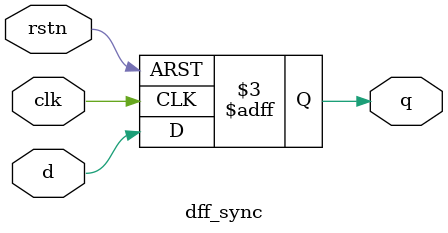
<source format=sv>
module binary_subtractor_8bit (
    input clk,
    input rstn,
    input [7:0] minuend,     // 被减数
    input [7:0] subtrahend,  // 减数
    output [7:0] difference  // 差
);
    wire [7:0] sub_result;
    
    // 直接使用减法运算符，合成工具会自动优化为最高效的实现
    assign sub_result = minuend - subtrahend;
    
    // 使用D触发器进行同步
    dff_sync #(.WIDTH(8)) result_reg (
        .clk(clk),
        .rstn(rstn),
        .d(sub_result),
        .q(difference)
    );
endmodule

module dff_sync #(parameter WIDTH=1) (
    input clk, rstn, 
    input [WIDTH-1:0] d,
    output reg [WIDTH-1:0] q
);
    always @(posedge clk or negedge rstn) begin
        if (!rstn) q <= {WIDTH{1'b0}};
        else       q <= d;
    end
endmodule
</source>
